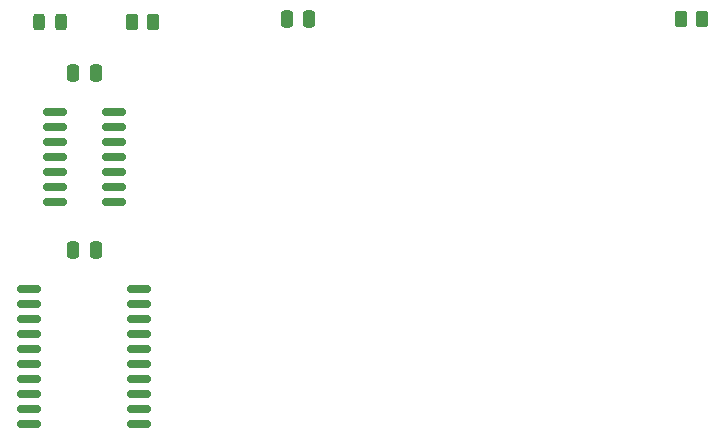
<source format=gbr>
%TF.GenerationSoftware,KiCad,Pcbnew,8.0.2*%
%TF.CreationDate,2025-01-05T21:37:03+01:00*%
%TF.ProjectId,lcd_display,6c63645f-6469-4737-906c-61792e6b6963,rev?*%
%TF.SameCoordinates,Original*%
%TF.FileFunction,Paste,Top*%
%TF.FilePolarity,Positive*%
%FSLAX46Y46*%
G04 Gerber Fmt 4.6, Leading zero omitted, Abs format (unit mm)*
G04 Created by KiCad (PCBNEW 8.0.2) date 2025-01-05 21:37:03*
%MOMM*%
%LPD*%
G01*
G04 APERTURE LIST*
G04 Aperture macros list*
%AMRoundRect*
0 Rectangle with rounded corners*
0 $1 Rounding radius*
0 $2 $3 $4 $5 $6 $7 $8 $9 X,Y pos of 4 corners*
0 Add a 4 corners polygon primitive as box body*
4,1,4,$2,$3,$4,$5,$6,$7,$8,$9,$2,$3,0*
0 Add four circle primitives for the rounded corners*
1,1,$1+$1,$2,$3*
1,1,$1+$1,$4,$5*
1,1,$1+$1,$6,$7*
1,1,$1+$1,$8,$9*
0 Add four rect primitives between the rounded corners*
20,1,$1+$1,$2,$3,$4,$5,0*
20,1,$1+$1,$4,$5,$6,$7,0*
20,1,$1+$1,$6,$7,$8,$9,0*
20,1,$1+$1,$8,$9,$2,$3,0*%
G04 Aperture macros list end*
%ADD10RoundRect,0.250000X0.262500X0.450000X-0.262500X0.450000X-0.262500X-0.450000X0.262500X-0.450000X0*%
%ADD11RoundRect,0.150000X-0.825000X-0.150000X0.825000X-0.150000X0.825000X0.150000X-0.825000X0.150000X0*%
%ADD12RoundRect,0.150000X-0.875000X-0.150000X0.875000X-0.150000X0.875000X0.150000X-0.875000X0.150000X0*%
%ADD13RoundRect,0.250000X0.250000X0.475000X-0.250000X0.475000X-0.250000X-0.475000X0.250000X-0.475000X0*%
%ADD14RoundRect,0.243750X-0.243750X-0.456250X0.243750X-0.456250X0.243750X0.456250X-0.243750X0.456250X0*%
G04 APERTURE END LIST*
D10*
%TO.C,R1*%
X83820000Y-26924000D03*
X81995000Y-26924000D03*
%TD*%
D11*
%TO.C,U2*%
X29021000Y-34798000D03*
X29021000Y-36068000D03*
X29021000Y-37338000D03*
X29021000Y-38608000D03*
X29021000Y-39878000D03*
X29021000Y-41148000D03*
X29021000Y-42418000D03*
X33971000Y-42418000D03*
X33971000Y-41148000D03*
X33971000Y-39878000D03*
X33971000Y-38608000D03*
X33971000Y-37338000D03*
X33971000Y-36068000D03*
X33971000Y-34798000D03*
%TD*%
D12*
%TO.C,U1*%
X26846000Y-49784000D03*
X26846000Y-51054000D03*
X26846000Y-52324000D03*
X26846000Y-53594000D03*
X26846000Y-54864000D03*
X26846000Y-56134000D03*
X26846000Y-57404000D03*
X26846000Y-58674000D03*
X26846000Y-59944000D03*
X26846000Y-61214000D03*
X36146000Y-61214000D03*
X36146000Y-59944000D03*
X36146000Y-58674000D03*
X36146000Y-57404000D03*
X36146000Y-56134000D03*
X36146000Y-54864000D03*
X36146000Y-53594000D03*
X36146000Y-52324000D03*
X36146000Y-51054000D03*
X36146000Y-49784000D03*
%TD*%
D13*
%TO.C,C2*%
X32446000Y-46482000D03*
X30546000Y-46482000D03*
%TD*%
%TO.C,C3*%
X50546000Y-26924000D03*
X48646000Y-26924000D03*
%TD*%
%TO.C,C1*%
X32446000Y-31496000D03*
X30546000Y-31496000D03*
%TD*%
D14*
%TO.C,D1*%
X27636000Y-27178000D03*
X29511000Y-27178000D03*
%TD*%
D10*
%TO.C,R2*%
X37338000Y-27178000D03*
X35513000Y-27178000D03*
%TD*%
M02*

</source>
